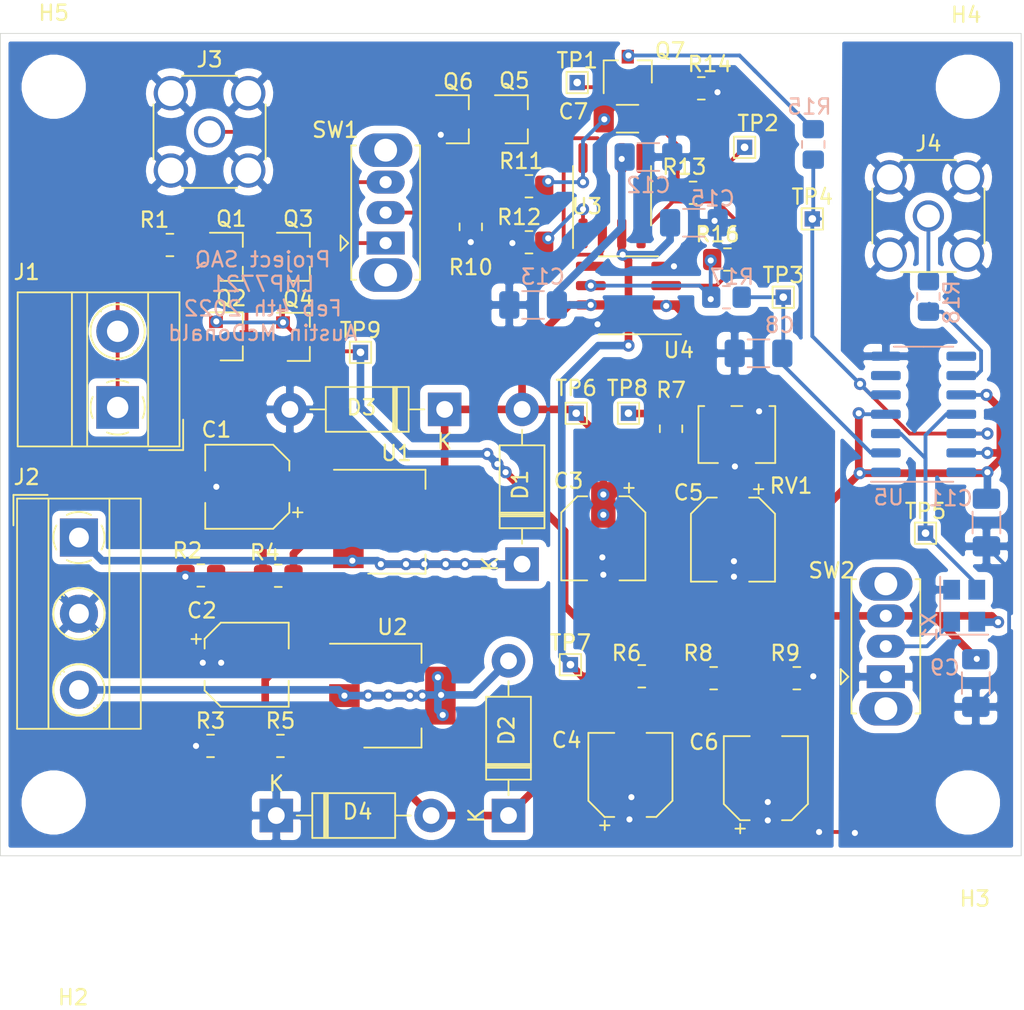
<source format=kicad_pcb>
(kicad_pcb (version 20171130) (host pcbnew "(5.1.8-0-10_14)")
  (layers (0 F.Cu signal) (31 B.Cu signal) (34 B.Paste user) (35 F.Paste user) (36 B.SilkS user) (37 F.SilkS user) (38 B.Mask user) (39 F.Mask user) (44 Edge.Cuts user))
  (net 0 "")
  (net 1 GND)
  (net 2 "Net-(C1-Pad1)")
  (net 3 "Net-(C2-Pad2)")
  (net 4 +3V3)
  (net 5 -3V3)
  (net 6 VDD)
  (net 7 VEE)
  (net 8 "Net-(C7-Pad2)")
  (net 9 "Net-(C7-Pad1)")
  (net 10 "Net-(C8-Pad1)")
  (net 11 "Net-(D1-Pad1)")
  (net 12 "Net-(D2-Pad2)")
  (net 13 "Net-(J1-Pad1)")
  (net 14 "Net-(J3-Pad1)")
  (net 15 "Net-(Q1-Pad1)")
  (net 16 "Net-(Q1-Pad2)")
  (net 17 "Net-(Q2-Pad1)")
  (net 18 "Net-(Q3-Pad3)")
  (net 19 "Net-(Q5-Pad1)")
  (net 20 "Net-(Q5-Pad2)")
  (net 21 "Net-(Q7-Pad3)")
  (net 22 "Net-(Q7-Pad2)")
  (net 23 "Net-(R6-Pad1)")
  (net 24 "Net-(R12-Pad2)")
  (net 25 "Net-(R13-Pad2)")
  (net 26 "Net-(R15-Pad2)")
  (net 27 "Net-(R16-Pad2)")
  (net 28 "Net-(R18-Pad1)")
  (net 29 "Net-(SW2-Pad2)")
  (net 30 "Net-(U5-Pad6)")
  (net 31 CLK)
  (net 32 "Net-(J4-Pad1)")
  (net 33 "Net-(U5-Pad8)")
  (module TestPoint:TestPoint_THTPad_1.0x1.0mm_Drill0.5mm (layer F.Cu) (at 164.719 47.8155)
    (fp_text reference TP5 (at 0 -1.448) (layer F.SilkS))
    (fp_text value TestPoint_Alt)
    (pad 1 thru_hole rect (at 0 0) (size 1 1) (drill 0.5) (layers *.Cu *.Mask) (net 31 CLK))
  )
  (module Package_SO:SOIC-14_3.9x8.7mm_P1.27mm (layer B.Cu) (at 164.592 40.005)
    (fp_text reference U5 (at -2.286 5.461) (layer B.SilkS) (effects (justify mirror)))
    (fp_text value 74HC74)
    (pad 14 smd roundrect (at 2.475 3.81) (size 1.95 0.6) (layers B.Cu B.Paste B.Mask) (net 4 +3V3))
    (pad 13 smd roundrect (at 2.475 2.54) (size 1.95 0.6) (layers B.Cu B.Paste B.Mask) (net 4 +3V3))
    (pad 12 smd roundrect (at 2.475 1.27) (size 1.95 0.6) (layers B.Cu B.Paste B.Mask) (net 26 "Net-(R15-Pad2)"))
    (pad 11 smd roundrect (at 2.475 0) (size 1.95 0.6) (layers B.Cu B.Paste B.Mask) (net 31 CLK))
    (pad 10 smd roundrect (at 2.475 -1.27) (size 1.95 0.6) (layers B.Cu B.Paste B.Mask) (net 4 +3V3))
    (pad 9 smd roundrect (at 2.475 -2.54) (size 1.95 0.6) (layers B.Cu B.Paste B.Mask) (net 28 "Net-(R18-Pad1)"))
    (pad 8 smd roundrect (at 2.475 -3.81) (size 1.95 0.6) (layers B.Cu B.Paste B.Mask) (net 33 "Net-(U5-Pad8)"))
    (pad 7 smd roundrect (at -2.475 -3.81) (size 1.95 0.6) (layers B.Cu B.Paste B.Mask) (net 1 GND))
    (pad 6 smd roundrect (at -2.475 -2.54) (size 1.95 0.6) (layers B.Cu B.Paste B.Mask) (net 30 "Net-(U5-Pad6)"))
    (pad 5 smd roundrect (at -2.475 -1.27) (size 1.95 0.6) (layers B.Cu B.Paste B.Mask) (net 26 "Net-(R15-Pad2)"))
    (pad 4 smd roundrect (at -2.475 0) (size 1.95 0.6) (layers B.Cu B.Paste B.Mask) (net 4 +3V3))
    (pad 3 smd roundrect (at -2.475 1.27) (size 1.95 0.6) (layers B.Cu B.Paste B.Mask) (net 31 CLK))
    (pad 2 smd roundrect (at -2.475 2.54) (size 1.95 0.6) (layers B.Cu B.Paste B.Mask) (net 10 "Net-(C8-Pad1)"))
    (pad 1 smd roundrect (at -2.475 3.81) (size 1.95 0.6) (layers B.Cu B.Paste B.Mask) (net 4 +3V3))
  )
  (module Connector_Coaxial:SMA_Amphenol_132134_Vertical (layer F.Cu) (at 164.9095 26.9875)
    (fp_text reference J4 (at 0 -4.75) (layer F.SilkS))
    (fp_text value Conn_Coaxial)
    (pad 2 thru_hole circle (at -2.54 2.54) (size 2.25 2.25) (drill 1.7) (layers *.Cu *.Mask) (net 1 GND))
    (pad 2 thru_hole circle (at -2.54 -2.54) (size 2.25 2.25) (drill 1.7) (layers *.Cu *.Mask) (net 1 GND))
    (pad 2 thru_hole circle (at 2.54 -2.54) (size 2.25 2.25) (drill 1.7) (layers *.Cu *.Mask) (net 1 GND))
    (pad 2 thru_hole circle (at 2.54 2.54) (size 2.25 2.25) (drill 1.7) (layers *.Cu *.Mask) (net 1 GND))
    (pad 1 thru_hole circle (at 0 0) (size 2.05 2.05) (drill 1.5) (layers *.Cu *.Mask) (net 32 "Net-(J4-Pad1)"))
  )
  (module Connector_Coaxial:SMA_Amphenol_132134_Vertical (layer F.Cu) (at 117.729 21.463)
    (fp_text reference J3 (at 0 -4.75) (layer F.SilkS))
    (fp_text value Con_Coaxial)
    (pad 2 thru_hole circle (at -2.54 2.54) (size 2.25 2.25) (drill 1.7) (layers *.Cu *.Mask) (net 1 GND))
    (pad 2 thru_hole circle (at -2.54 -2.54) (size 2.25 2.25) (drill 1.7) (layers *.Cu *.Mask) (net 1 GND))
    (pad 2 thru_hole circle (at 2.54 -2.54) (size 2.25 2.25) (drill 1.7) (layers *.Cu *.Mask) (net 1 GND))
    (pad 2 thru_hole circle (at 2.54 2.54) (size 2.25 2.25) (drill 1.7) (layers *.Cu *.Mask) (net 1 GND))
    (pad 1 thru_hole circle (at 0 0) (size 2.05 2.05) (drill 1.5) (layers *.Cu *.Mask) (net 14 "Net-(J3-Pad1)"))
  )
  (module Capacitor_SMD:C_1206_3216Metric_Pad1.33x1.80mm_HandSolder (layer B.Cu) (at 149.5175 27.432)
    (fp_text reference C15 (at 1.2315 -1.5875) (layer B.SilkS) (effects (justify mirror)))
    (fp_text value 0.1u)
    (pad 2 smd roundrect (at 1.5625 0) (size 1.325 1.8) (layers B.Cu B.Paste B.Mask) (roundrect_rratio 0.1886777358490566) (net 1 GND))
    (pad 1 smd roundrect (at -1.5625 0) (size 1.325 1.8) (layers B.Cu B.Paste B.Mask) (roundrect_rratio 0.1886777358490566) (net 5 -3V3))
  )
  (module Capacitor_SMD:C_1206_3216Metric_Pad1.33x1.80mm_HandSolder (layer B.Cu) (at 138.963 32.8295 180)
    (fp_text reference C13 (at -0.635 1.85) (layer B.SilkS) (effects (justify mirror)))
    (fp_text value 0.1u)
    (pad 2 smd roundrect (at 1.5625 0 180) (size 1.325 1.8) (layers B.Cu B.Paste B.Mask) (roundrect_rratio 0.1886777358490566) (net 1 GND))
    (pad 1 smd roundrect (at -1.5625 0 180) (size 1.325 1.8) (layers B.Cu B.Paste B.Mask) (roundrect_rratio 0.1886777358490566) (net 4 +3V3))
  )
  (module Capacitor_SMD:C_1206_3216Metric_Pad1.33x1.80mm_HandSolder (layer B.Cu) (at 146.533 23.114)
    (fp_text reference C12 (at 0 1.85) (layer B.SilkS) (effects (justify mirror)))
    (fp_text value 0.1u)
    (pad 2 smd roundrect (at 1.5625 0) (size 1.325 1.8) (layers B.Cu B.Paste B.Mask) (roundrect_rratio 0.1886777358490566) (net 1 GND))
    (pad 1 smd roundrect (at -1.5625 0) (size 1.325 1.8) (layers B.Cu B.Paste B.Mask) (roundrect_rratio 0.1886777358490566) (net 4 +3V3))
  )
  (module Capacitor_SMD:C_1206_3216Metric_Pad1.33x1.80mm_HandSolder (layer B.Cu) (at 168.7195 47.117 270)
    (fp_text reference C11 (at -1.5875 2.3495 180) (layer B.SilkS) (effects (justify mirror)))
    (fp_text value 0.1u)
    (pad 2 smd roundrect (at 1.5625 0 270) (size 1.325 1.8) (layers B.Cu B.Paste B.Mask) (roundrect_rratio 0.1886777358490566) (net 1 GND))
    (pad 1 smd roundrect (at -1.5625 0 270) (size 1.325 1.8) (layers B.Cu B.Paste B.Mask) (roundrect_rratio 0.1886777358490566) (net 4 +3V3))
  )
  (module MountingHole:MountingHole_3.2mm_M3_DIN965 (layer F.Cu) (at 107.5 18.5)
    (fp_text reference H5 (at 0 -4.8475) (layer F.SilkS))
    (fp_text value MountingHole)
    (pad 1 np_thru_hole circle (at 0 0) (size 3.2 3.2) (drill 3.2) (layers *.Cu *.Mask))
  )
  (module MountingHole:MountingHole_3.2mm_M3_DIN965 (layer F.Cu) (at 167.5 18.5)
    (fp_text reference H4 (at -0.114 -4.7205) (layer F.SilkS))
    (fp_text value MountingHole)
    (pad 1 np_thru_hole circle (at 0 0) (size 3.2 3.2) (drill 3.2) (layers *.Cu *.Mask))
  )
  (module MountingHole:MountingHole_3.2mm_M3_DIN965 (layer F.Cu) (at 167.5 65.5)
    (fp_text reference H3 (at 0.4575 6.3185) (layer F.SilkS))
    (fp_text value MountingHole)
    (pad 1 np_thru_hole circle (at 0 0) (size 3.2 3.2) (drill 3.2) (layers *.Cu *.Mask))
  )
  (module MountingHole:MountingHole_3.2mm_M3_DIN965 (layer F.Cu) (at 107.5 65.5)
    (fp_text reference H2 (at 1.2755 12.7955) (layer F.SilkS))
    (fp_text value MountingHole)
    (pad 1 np_thru_hole circle (at 0 0) (size 3.2 3.2) (drill 3.2) (layers *.Cu *.Mask))
  )
  (module Package_SO:SOIC-8_3.9x4.9mm_P1.27mm (layer F.Cu) (at 145.226 32.1945 180)
    (fp_text reference U4 (at -3.29946 -3.60426) (layer F.SilkS))
    (fp_text value TLV3501)
    (pad 8 smd roundrect (at 2.475 -1.905 180) (size 1.95 0.6) (layers F.Cu F.Paste F.Mask) (net 1 GND))
    (pad 7 smd roundrect (at 2.475 -0.635 180) (size 1.95 0.6) (layers F.Cu F.Paste F.Mask) (net 4 +3V3))
    (pad 6 smd roundrect (at 2.475 0.635 180) (size 1.95 0.6) (layers F.Cu F.Paste F.Mask) (net 27 "Net-(R16-Pad2)"))
    (pad 5 smd roundrect (at 2.475 1.905 180) (size 1.95 0.6) (layers F.Cu F.Paste F.Mask))
    (pad 4 smd roundrect (at -2.475 1.905 180) (size 1.95 0.6) (layers F.Cu F.Paste F.Mask) (net 1 GND))
    (pad 3 smd roundrect (at -2.475 0.635 180) (size 1.95 0.6) (layers F.Cu F.Paste F.Mask) (net 25 "Net-(R13-Pad2)"))
    (pad 2 smd roundrect (at -2.475 -0.635 180) (size 1.95 0.6) (layers F.Cu F.Paste F.Mask) (net 6 VDD))
    (pad 1 smd roundrect (at -2.475 -1.905 180) (size 1.95 0.6) (layers F.Cu F.Paste F.Mask))
  )
  (module TestPoint:TestPoint_THTPad_1.0x1.0mm_Drill0.5mm (layer F.Cu) (at 127.635 35.941)
    (fp_text reference TP9 (at 0 -1.448) (layer F.SilkS))
    (fp_text value TestPoint_Alt)
    (pad 1 thru_hole rect (at 0 0) (size 1 1) (drill 0.5) (layers *.Cu *.Mask) (net 7 VEE))
  )
  (module TestPoint:TestPoint_THTPad_1.0x1.0mm_Drill0.5mm (layer F.Cu) (at 145.2245 39.9415)
    (fp_text reference TP8 (at -0.0635 -1.651) (layer F.SilkS))
    (fp_text value TestPoint_Alt)
    (pad 1 thru_hole rect (at 0 0) (size 1 1) (drill 0.5) (layers *.Cu *.Mask) (net 6 VDD))
  )
  (module TestPoint:TestPoint_THTPad_1.0x1.0mm_Drill0.5mm (layer F.Cu) (at 141.4145 56.4515)
    (fp_text reference TP7 (at 0 -1.448) (layer F.SilkS))
    (fp_text value TestPoint_Alt)
    (pad 1 thru_hole rect (at 0 0) (size 1 1) (drill 0.5) (layers *.Cu *.Mask) (net 5 -3V3))
  )
  (module TestPoint:TestPoint_THTPad_1.0x1.0mm_Drill0.5mm (layer F.Cu) (at 141.7955 39.9415)
    (fp_text reference TP6 (at 0 -1.651) (layer F.SilkS))
    (fp_text value TestPoint_Alt)
    (pad 1 thru_hole rect (at 0 0) (size 1 1) (drill 0.5) (layers *.Cu *.Mask) (net 4 +3V3))
  )
  (module TestPoint:TestPoint_THTPad_1.0x1.0mm_Drill0.5mm (layer F.Cu) (at 157.2895 27.178)
    (fp_text reference TP4 (at 0 -1.448) (layer F.SilkS))
    (fp_text value TestPoint_Alt)
    (pad 1 thru_hole rect (at 0 0) (size 1 1) (drill 0.5) (layers *.Cu *.Mask) (net 26 "Net-(R15-Pad2)"))
  )
  (module TestPoint:TestPoint_THTPad_1.0x1.0mm_Drill0.5mm (layer F.Cu) (at 155.3845 32.3215)
    (fp_text reference TP3 (at 0 -1.448) (layer F.SilkS))
    (fp_text value TestPoint_Alt)
    (pad 1 thru_hole rect (at 0 0) (size 1 1) (drill 0.5) (layers *.Cu *.Mask) (net 10 "Net-(C8-Pad1)"))
  )
  (module TestPoint:TestPoint_THTPad_1.0x1.0mm_Drill0.5mm (layer F.Cu) (at 152.8445 22.479)
    (fp_text reference TP2 (at 0.889 -1.5875) (layer F.SilkS))
    (fp_text value TestPoint_Alt)
    (pad 1 thru_hole rect (at 0 0) (size 1 1) (drill 0.5) (layers *.Cu *.Mask) (net 25 "Net-(R13-Pad2)"))
  )
  (module TestPoint:TestPoint_THTPad_1.0x1.0mm_Drill0.5mm (layer F.Cu) (at 141.859 18.2245)
    (fp_text reference TP1 (at 0 -1.448) (layer F.SilkS))
    (fp_text value TestPoint_Alt)
    (pad 1 thru_hole rect (at 0 0) (size 1 1) (drill 0.5) (layers *.Cu *.Mask) (net 9 "Net-(C7-Pad1)"))
  )
  (module Oscillator:Oscillator_SMD_Abracon_ASE-4Pin_3.2x2.5mm (layer B.Cu) (at 167.259 52.578 90)
    (fp_text reference X1 (at -1.397 -2.286 90) (layer B.SilkS) (effects (justify mirror)))
    (fp_text value ASE-10.0MHz)
    (pad 4 smd rect (at -1.05 0.825 90) (size 1.3 1.1) (layers B.Cu B.Paste B.Mask) (net 4 +3V3))
    (pad 3 smd rect (at 1.05 0.825 90) (size 1.3 1.1) (layers B.Cu B.Paste B.Mask) (net 31 CLK))
    (pad 2 smd rect (at 1.05 -0.825 90) (size 1.3 1.1) (layers B.Cu B.Paste B.Mask) (net 1 GND))
    (pad 1 smd rect (at -1.05 -0.825 90) (size 1.3 1.1) (layers B.Cu B.Paste B.Mask) (net 29 "Net-(SW2-Pad2)"))
  )
  (module Package_SO:SOIC-8_3.9x4.9mm_P1.27mm (layer F.Cu) (at 144.145 25.6555 90)
    (fp_text reference U3 (at -0.697 -1.651 180) (layer F.SilkS))
    (fp_text value LMP7721)
    (pad 8 smd roundrect (at 2.475 -1.905 90) (size 1.95 0.6) (layers F.Cu F.Paste F.Mask) (net 9 "Net-(C7-Pad1)"))
    (pad 7 smd roundrect (at 2.475 -0.635 90) (size 1.95 0.6) (layers F.Cu F.Paste F.Mask))
    (pad 6 smd roundrect (at 2.475 0.635 90) (size 1.95 0.6) (layers F.Cu F.Paste F.Mask) (net 4 +3V3))
    (pad 5 smd roundrect (at 2.475 1.905 90) (size 1.95 0.6) (layers F.Cu F.Paste F.Mask))
    (pad 4 smd roundrect (at -2.475 1.905 90) (size 1.95 0.6) (layers F.Cu F.Paste F.Mask) (net 8 "Net-(C7-Pad2)"))
    (pad 3 smd roundrect (at -2.475 0.635 90) (size 1.95 0.6) (layers F.Cu F.Paste F.Mask) (net 5 -3V3))
    (pad 2 smd roundrect (at -2.475 -0.635 90) (size 1.95 0.6) (layers F.Cu F.Paste F.Mask))
    (pad 1 smd roundrect (at -2.475 -1.905 90) (size 1.95 0.6) (layers F.Cu F.Paste F.Mask) (net 24 "Net-(R12-Pad2)"))
  )
  (module Package_TO_SOT_SMD:SOT-223-3_TabPin2 (layer F.Cu) (at 129.7305 58.4835)
    (fp_text reference U2 (at 0 -4.5) (layer F.SilkS))
    (fp_text value LM337_SOT223)
    (pad 1 smd rect (at -3.15 -2.3) (size 2 1.5) (layers F.Cu F.Paste F.Mask) (net 3 "Net-(C2-Pad2)"))
    (pad 3 smd rect (at -3.15 2.3) (size 2 1.5) (layers F.Cu F.Paste F.Mask) (net 5 -3V3))
    (pad 2 smd rect (at -3.15 0) (size 2 1.5) (layers F.Cu F.Paste F.Mask) (net 12 "Net-(D2-Pad2)"))
    (pad 2 smd rect (at 3.15 0) (size 2 3.8) (layers F.Cu F.Paste F.Mask) (net 12 "Net-(D2-Pad2)"))
  )
  (module Package_TO_SOT_SMD:SOT-223-3_TabPin2 (layer F.Cu) (at 129.99172 47.06112)
    (fp_text reference U1 (at 0 -4.5) (layer F.SilkS))
    (fp_text value LM317_SOT-223)
    (pad 1 smd rect (at -3.15 -2.3) (size 2 1.5) (layers F.Cu F.Paste F.Mask) (net 2 "Net-(C1-Pad1)"))
    (pad 3 smd rect (at -3.15 2.3) (size 2 1.5) (layers F.Cu F.Paste F.Mask) (net 11 "Net-(D1-Pad1)"))
    (pad 2 smd rect (at -3.15 0) (size 2 1.5) (layers F.Cu F.Paste F.Mask) (net 4 +3V3))
    (pad 2 smd rect (at 3.15 0) (size 2 3.8) (layers F.Cu F.Paste F.Mask) (net 4 +3V3))
  )
  (module Button_Switch_THT:SW_Slide_1P2T_CK_OS102011MS2Q (layer F.Cu) (at 162.1155 57.245 90)
    (fp_text reference SW2 (at 6.9805 -3.556 180) (layer F.SilkS))
    (fp_text value SW_SPDT)
    (pad "" thru_hole oval (at 6.1 0 90) (size 2.2 3.5) (drill 1.5) (layers *.Cu *.Mask))
    (pad "" thru_hole oval (at -2.1 0 90) (size 2.2 3.5) (drill 1.5) (layers *.Cu *.Mask))
    (pad 3 thru_hole oval (at 4 0 90) (size 1.5 2.5) (drill 0.8) (layers *.Cu *.Mask) (net 4 +3V3))
    (pad 2 thru_hole oval (at 2 0 90) (size 1.5 2.5) (drill 0.8) (layers *.Cu *.Mask) (net 29 "Net-(SW2-Pad2)"))
    (pad 1 thru_hole rect (at 0 0 90) (size 1.5 2.5) (drill 0.8) (layers *.Cu *.Mask) (net 1 GND))
  )
  (module Button_Switch_THT:SW_Slide_1P2T_CK_OS102011MS2Q (layer F.Cu) (at 129.286 28.7655 90)
    (fp_text reference SW1 (at 7.4295 -3.302 180) (layer F.SilkS))
    (fp_text value SW_SPDT)
    (pad "" thru_hole oval (at 6.1 0 90) (size 2.2 3.5) (drill 1.5) (layers *.Cu *.Mask))
    (pad "" thru_hole oval (at -2.1 0 90) (size 2.2 3.5) (drill 1.5) (layers *.Cu *.Mask))
    (pad 3 thru_hole oval (at 4 0 90) (size 1.5 2.5) (drill 0.8) (layers *.Cu *.Mask) (net 14 "Net-(J3-Pad1)"))
    (pad 2 thru_hole oval (at 2 0 90) (size 1.5 2.5) (drill 0.8) (layers *.Cu *.Mask) (net 20 "Net-(Q5-Pad2)"))
    (pad 1 thru_hole rect (at 0 0 90) (size 1.5 2.5) (drill 0.8) (layers *.Cu *.Mask) (net 18 "Net-(Q3-Pad3)"))
  )
  (module Potentiometer_SMD:Potentiometer_Bourns_3214W_Vertical (layer F.Cu) (at 152.3365 41.3385)
    (fp_text reference RV1 (at 3.556 3.3655) (layer F.SilkS))
    (fp_text value 0->10k)
    (pad 3 smd rect (at -1.25 -1.45) (size 1.3 1.6) (layers F.Cu F.Paste F.Mask) (net 6 VDD))
    (pad 2 smd rect (at 0 1.45) (size 2 1.6) (layers F.Cu F.Paste F.Mask) (net 1 GND))
    (pad 1 smd rect (at 1.25 -1.45) (size 1.3 1.6) (layers F.Cu F.Paste F.Mask) (net 1 GND))
  )
  (module Resistor_SMD:R_0805_2012Metric_Pad1.20x1.40mm_HandSolder (layer B.Cu) (at 164.9095 32.274 90)
    (fp_text reference R18 (at -0.381 1.524 90) (layer B.SilkS) (effects (justify mirror)))
    (fp_text value 50)
    (pad 2 smd roundrect (at 1 0 90) (size 1.2 1.4) (layers B.Cu B.Paste B.Mask) (roundrect_rratio 0.2083325) (net 32 "Net-(J4-Pad1)"))
    (pad 1 smd roundrect (at -1 0 90) (size 1.2 1.4) (layers B.Cu B.Paste B.Mask) (roundrect_rratio 0.2083325) (net 28 "Net-(R18-Pad1)"))
  )
  (module Resistor_SMD:R_0805_2012Metric_Pad1.20x1.40mm_HandSolder (layer B.Cu) (at 151.654 32.3215)
    (fp_text reference R17 (at 0.365 -1.3335) (layer B.SilkS) (effects (justify mirror)))
    (fp_text value 50)
    (pad 2 smd roundrect (at 1 0) (size 1.2 1.4) (layers B.Cu B.Paste B.Mask) (roundrect_rratio 0.2083325) (net 10 "Net-(C8-Pad1)"))
    (pad 1 smd roundrect (at -1 0) (size 1.2 1.4) (layers B.Cu B.Paste B.Mask) (roundrect_rratio 0.2083325) (net 27 "Net-(R16-Pad2)"))
  )
  (module Resistor_SMD:R_0805_2012Metric_Pad1.20x1.40mm_HandSolder (layer F.Cu) (at 151.7175 29.845 180)
    (fp_text reference R16 (at 0.651 1.651) (layer F.SilkS))
    (fp_text value 5Meg)
    (pad 2 smd roundrect (at 1 0 180) (size 1.2 1.4) (layers F.Cu F.Paste F.Mask) (roundrect_rratio 0.2083325) (net 27 "Net-(R16-Pad2)"))
    (pad 1 smd roundrect (at -1 0 180) (size 1.2 1.4) (layers F.Cu F.Paste F.Mask) (roundrect_rratio 0.2083325) (net 25 "Net-(R13-Pad2)"))
  )
  (module Resistor_SMD:R_0805_2012Metric_Pad1.20x1.40mm_HandSolder (layer B.Cu) (at 157.353 22.2885 270)
    (fp_text reference R15 (at -2.4765 0.254 180) (layer B.SilkS) (effects (justify mirror)))
    (fp_text value 50)
    (pad 2 smd roundrect (at 1 0 270) (size 1.2 1.4) (layers B.Cu B.Paste B.Mask) (roundrect_rratio 0.2083325) (net 26 "Net-(R15-Pad2)"))
    (pad 1 smd roundrect (at -1 0 270) (size 1.2 1.4) (layers B.Cu B.Paste B.Mask) (roundrect_rratio 0.2083325) (net 21 "Net-(Q7-Pad3)"))
  )
  (module Resistor_SMD:R_0805_2012Metric_Pad1.20x1.40mm_HandSolder (layer F.Cu) (at 150.003 18.6055 180)
    (fp_text reference R14 (at -0.5555 1.5875) (layer F.SilkS))
    (fp_text value 100k)
    (pad 2 smd roundrect (at 1 0 180) (size 1.2 1.4) (layers F.Cu F.Paste F.Mask) (roundrect_rratio 0.2083325) (net 22 "Net-(Q7-Pad2)"))
    (pad 1 smd roundrect (at -1 0 180) (size 1.2 1.4) (layers F.Cu F.Paste F.Mask) (roundrect_rratio 0.2083325) (net 1 GND))
  )
  (module Resistor_SMD:R_0805_2012Metric_Pad1.20x1.40mm_HandSolder (layer F.Cu) (at 149.463 25.4635)
    (fp_text reference R13 (at -0.5715 -1.6985) (layer F.SilkS))
    (fp_text value 1k)
    (pad 2 smd roundrect (at 1 0) (size 1.2 1.4) (layers F.Cu F.Paste F.Mask) (roundrect_rratio 0.2083325) (net 25 "Net-(R13-Pad2)"))
    (pad 1 smd roundrect (at -1 0) (size 1.2 1.4) (layers F.Cu F.Paste F.Mask) (roundrect_rratio 0.2083325) (net 8 "Net-(C7-Pad2)"))
  )
  (module Resistor_SMD:R_0805_2012Metric_Pad1.20x1.40mm_HandSolder (layer F.Cu) (at 138.6934 28.71216)
    (fp_text reference R12 (at -0.6444 -1.65) (layer F.SilkS))
    (fp_text value 100)
    (pad 2 smd roundrect (at 1 0) (size 1.2 1.4) (layers F.Cu F.Paste F.Mask) (roundrect_rratio 0.2083325) (net 24 "Net-(R12-Pad2)"))
    (pad 1 smd roundrect (at -1 0) (size 1.2 1.4) (layers F.Cu F.Paste F.Mask) (roundrect_rratio 0.2083325) (net 1 GND))
  )
  (module Resistor_SMD:R_0805_2012Metric_Pad1.20x1.40mm_HandSolder (layer F.Cu) (at 138.6934 25.03424)
    (fp_text reference R11 (at -0.5174 -1.65) (layer F.SilkS))
    (fp_text value 100)
    (pad 2 smd roundrect (at 1 0) (size 1.2 1.4) (layers F.Cu F.Paste F.Mask) (roundrect_rratio 0.2083325) (net 9 "Net-(C7-Pad1)"))
    (pad 1 smd roundrect (at -1 0) (size 1.2 1.4) (layers F.Cu F.Paste F.Mask) (roundrect_rratio 0.2083325) (net 20 "Net-(Q5-Pad2)"))
  )
  (module Resistor_SMD:R_0805_2012Metric_Pad1.20x1.40mm_HandSolder (layer F.Cu) (at 134.874 27.702 90)
    (fp_text reference R10 (at -2.651 0 180) (layer F.SilkS))
    (fp_text value 1Meg)
    (pad 2 smd roundrect (at 1 0 90) (size 1.2 1.4) (layers F.Cu F.Paste F.Mask) (roundrect_rratio 0.2083325) (net 20 "Net-(Q5-Pad2)"))
    (pad 1 smd roundrect (at -1 0 90) (size 1.2 1.4) (layers F.Cu F.Paste F.Mask) (roundrect_rratio 0.2083325) (net 1 GND))
  )
  (module Resistor_SMD:R_0805_2012Metric_Pad1.20x1.40mm_HandSolder (layer F.Cu) (at 156.2735 57.3405 180)
    (fp_text reference R9 (at 0.762 1.651) (layer F.SilkS))
    (fp_text value 1k)
    (pad 2 smd roundrect (at 1 0 180) (size 1.2 1.4) (layers F.Cu F.Paste F.Mask) (roundrect_rratio 0.2083325) (net 7 VEE))
    (pad 1 smd roundrect (at -1 0 180) (size 1.2 1.4) (layers F.Cu F.Paste F.Mask) (roundrect_rratio 0.2083325) (net 1 GND))
  )
  (module Resistor_SMD:R_0805_2012Metric_Pad1.20x1.40mm_HandSolder (layer F.Cu) (at 150.8125 57.3405 180)
    (fp_text reference R8 (at 1.016 1.651) (layer F.SilkS))
    (fp_text value 1k)
    (pad 2 smd roundrect (at 1 0 180) (size 1.2 1.4) (layers F.Cu F.Paste F.Mask) (roundrect_rratio 0.2083325) (net 23 "Net-(R6-Pad1)"))
    (pad 1 smd roundrect (at -1 0 180) (size 1.2 1.4) (layers F.Cu F.Paste F.Mask) (roundrect_rratio 0.2083325) (net 7 VEE))
  )
  (module Resistor_SMD:R_0805_2012Metric_Pad1.20x1.40mm_HandSolder (layer F.Cu) (at 148.0185 40.9575 270)
    (fp_text reference R7 (at -2.54 0 180) (layer F.SilkS))
    (fp_text value 1k)
    (pad 2 smd roundrect (at 1 0 270) (size 1.2 1.4) (layers F.Cu F.Paste F.Mask) (roundrect_rratio 0.2083325) (net 4 +3V3))
    (pad 1 smd roundrect (at -1 0 270) (size 1.2 1.4) (layers F.Cu F.Paste F.Mask) (roundrect_rratio 0.2083325) (net 6 VDD))
  )
  (module Resistor_SMD:R_0805_2012Metric_Pad1.20x1.40mm_HandSolder (layer F.Cu) (at 146.0975 57.2135 180)
    (fp_text reference R6 (at 1 1.524) (layer F.SilkS))
    (fp_text value 1k)
    (pad 2 smd roundrect (at 1 0 180) (size 1.2 1.4) (layers F.Cu F.Paste F.Mask) (roundrect_rratio 0.2083325) (net 5 -3V3))
    (pad 1 smd roundrect (at -1 0 180) (size 1.2 1.4) (layers F.Cu F.Paste F.Mask) (roundrect_rratio 0.2083325) (net 23 "Net-(R6-Pad1)"))
  )
  (module Resistor_SMD:R_0805_2012Metric_Pad1.20x1.40mm_HandSolder (layer F.Cu) (at 122.3805 61.7855)
    (fp_text reference R5 (at 0 -1.65) (layer F.SilkS))
    (fp_text value 1k)
    (pad 2 smd roundrect (at 1 0) (size 1.2 1.4) (layers F.Cu F.Paste F.Mask) (roundrect_rratio 0.2083325) (net 5 -3V3))
    (pad 1 smd roundrect (at -1 0) (size 1.2 1.4) (layers F.Cu F.Paste F.Mask) (roundrect_rratio 0.2083325) (net 3 "Net-(C2-Pad2)"))
  )
  (module Resistor_SMD:R_0805_2012Metric_Pad1.20x1.40mm_HandSolder (layer F.Cu) (at 122.2375 50.6095 180)
    (fp_text reference R4 (at 0.889 1.524) (layer F.SilkS))
    (fp_text value 1k)
    (pad 2 smd roundrect (at 1 0 180) (size 1.2 1.4) (layers F.Cu F.Paste F.Mask) (roundrect_rratio 0.2083325) (net 2 "Net-(C1-Pad1)"))
    (pad 1 smd roundrect (at -1 0 180) (size 1.2 1.4) (layers F.Cu F.Paste F.Mask) (roundrect_rratio 0.2083325) (net 4 +3V3))
  )
  (module Resistor_SMD:R_0805_2012Metric_Pad1.20x1.40mm_HandSolder (layer F.Cu) (at 117.7925 61.7855)
    (fp_text reference R3 (at 0 -1.65) (layer F.SilkS))
    (fp_text value 1.5k)
    (pad 2 smd roundrect (at 1 0) (size 1.2 1.4) (layers F.Cu F.Paste F.Mask) (roundrect_rratio 0.2083325) (net 3 "Net-(C2-Pad2)"))
    (pad 1 smd roundrect (at -1 0) (size 1.2 1.4) (layers F.Cu F.Paste F.Mask) (roundrect_rratio 0.2083325) (net 1 GND))
  )
  (module Resistor_SMD:R_0805_2012Metric_Pad1.20x1.40mm_HandSolder (layer F.Cu) (at 117.1575 50.5935 180)
    (fp_text reference R2 (at 0.889 1.635) (layer F.SilkS))
    (fp_text value 1.5k)
    (pad 2 smd roundrect (at 1 0 180) (size 1.2 1.4) (layers F.Cu F.Paste F.Mask) (roundrect_rratio 0.2083325) (net 1 GND))
    (pad 1 smd roundrect (at -1 0 180) (size 1.2 1.4) (layers F.Cu F.Paste F.Mask) (roundrect_rratio 0.2083325) (net 2 "Net-(C1-Pad1)"))
  )
  (module Resistor_SMD:R_0805_2012Metric_Pad1.20x1.40mm_HandSolder (layer F.Cu) (at 115.1255 28.8925 180)
    (fp_text reference R1 (at 1.016 1.651) (layer F.SilkS))
    (fp_text value 100Meg)
    (pad 2 smd roundrect (at 1 0 180) (size 1.2 1.4) (layers F.Cu F.Paste F.Mask) (roundrect_rratio 0.2083325) (net 13 "Net-(J1-Pad1)"))
    (pad 1 smd roundrect (at -1 0 180) (size 1.2 1.4) (layers F.Cu F.Paste F.Mask) (roundrect_rratio 0.2083325) (net 15 "Net-(Q1-Pad1)"))
  )
  (module Package_TO_SOT_SMD:SOT-23 (layer F.Cu) (at 145.177 17.5285 90)
    (fp_text reference Q7 (at 1.3995 2.778 180) (layer F.SilkS))
    (fp_text value SST112)
    (pad 3 smd rect (at 1 0 90) (size 0.9 0.8) (layers F.Cu F.Paste F.Mask) (net 21 "Net-(Q7-Pad3)"))
    (pad 2 smd rect (at -1 0.95 90) (size 0.9 0.8) (layers F.Cu F.Paste F.Mask) (net 22 "Net-(Q7-Pad2)"))
    (pad 1 smd rect (at -1 -0.95 90) (size 0.9 0.8) (layers F.Cu F.Paste F.Mask) (net 9 "Net-(C7-Pad1)"))
  )
  (module Package_TO_SOT_SMD:SOT-23 (layer F.Cu) (at 133.985 20.6375)
    (fp_text reference Q6 (at 0.0635 -2.4765) (layer F.SilkS))
    (fp_text value 2SC5095)
    (pad 3 smd rect (at 1 0) (size 0.9 0.8) (layers F.Cu F.Paste F.Mask) (net 19 "Net-(Q5-Pad1)"))
    (pad 2 smd rect (at -1 0.95) (size 0.9 0.8) (layers F.Cu F.Paste F.Mask) (net 1 GND))
    (pad 1 smd rect (at -1 -0.95) (size 0.9 0.8) (layers F.Cu F.Paste F.Mask) (net 19 "Net-(Q5-Pad1)"))
  )
  (module Package_TO_SOT_SMD:SOT-23 (layer F.Cu) (at 137.8585 20.6375)
    (fp_text reference Q5 (at -0.127 -2.54) (layer F.SilkS))
    (fp_text value 2SC5095)
    (pad 3 smd rect (at 1 0) (size 0.9 0.8) (layers F.Cu F.Paste F.Mask) (net 19 "Net-(Q5-Pad1)"))
    (pad 2 smd rect (at -1 0.95) (size 0.9 0.8) (layers F.Cu F.Paste F.Mask) (net 20 "Net-(Q5-Pad2)"))
    (pad 1 smd rect (at -1 -0.95) (size 0.9 0.8) (layers F.Cu F.Paste F.Mask) (net 19 "Net-(Q5-Pad1)"))
  )
  (module Package_TO_SOT_SMD:SOT-23 (layer F.Cu) (at 123.55068 34.925)
    (fp_text reference Q4 (at 0 -2.5) (layer F.SilkS))
    (fp_text value H10)
    (pad 3 smd rect (at 1 0) (size 0.9 0.8) (layers F.Cu F.Paste F.Mask) (net 17 "Net-(Q2-Pad1)"))
    (pad 2 smd rect (at -1 0.95) (size 0.9 0.8) (layers F.Cu F.Paste F.Mask) (net 7 VEE))
    (pad 1 smd rect (at -1 -0.95) (size 0.9 0.8) (layers F.Cu F.Paste F.Mask) (net 17 "Net-(Q2-Pad1)"))
  )
  (module Package_TO_SOT_SMD:SOT-23 (layer F.Cu) (at 123.55068 29.6672)
    (fp_text reference Q3 (at 0 -2.5) (layer F.SilkS))
    (fp_text value H10)
    (pad 3 smd rect (at 1 0) (size 0.9 0.8) (layers F.Cu F.Paste F.Mask) (net 18 "Net-(Q3-Pad3)"))
    (pad 2 smd rect (at -1 0.95) (size 0.9 0.8) (layers F.Cu F.Paste F.Mask) (net 17 "Net-(Q2-Pad1)"))
    (pad 1 smd rect (at -1 -0.95) (size 0.9 0.8) (layers F.Cu F.Paste F.Mask) (net 15 "Net-(Q1-Pad1)"))
  )
  (module Package_TO_SOT_SMD:SOT-23 (layer F.Cu) (at 119.1514 34.89198)
    (fp_text reference Q2 (at 0 -2.5) (layer F.SilkS))
    (fp_text value H10)
    (pad 3 smd rect (at 1 0) (size 0.9 0.8) (layers F.Cu F.Paste F.Mask) (net 16 "Net-(Q1-Pad2)"))
    (pad 2 smd rect (at -1 0.95) (size 0.9 0.8) (layers F.Cu F.Paste F.Mask) (net 7 VEE))
    (pad 1 smd rect (at -1 -0.95) (size 0.9 0.8) (layers F.Cu F.Paste F.Mask) (net 17 "Net-(Q2-Pad1)"))
  )
  (module Package_TO_SOT_SMD:SOT-23 (layer F.Cu) (at 119.1514 29.6672)
    (fp_text reference Q1 (at 0 -2.5) (layer F.SilkS))
    (fp_text value H10)
    (pad 3 smd rect (at 1 0) (size 0.9 0.8) (layers F.Cu F.Paste F.Mask) (net 15 "Net-(Q1-Pad1)"))
    (pad 2 smd rect (at -1 0.95) (size 0.9 0.8) (layers F.Cu F.Paste F.Mask) (net 16 "Net-(Q1-Pad2)"))
    (pad 1 smd rect (at -1 -0.95) (size 0.9 0.8) (layers F.Cu F.Paste F.Mask) (net 15 "Net-(Q1-Pad1)"))
  )
  (module TerminalBlock_MetzConnect:TerminalBlock_MetzConnect_Type055_RT01503HDWU_1x03_P5.00mm_Horizontal (layer F.Cu) (at 109.1565 48.1025 270)
    (fp_text reference J2 (at -3.97 3.429 180) (layer F.SilkS))
    (fp_text value Power_IN)
    (pad 3 thru_hole circle (at 10 0 270) (size 2.5 2.5) (drill 1.3) (layers *.Cu *.Mask) (net 12 "Net-(D2-Pad2)"))
    (pad 2 thru_hole circle (at 5 0 270) (size 2.5 2.5) (drill 1.3) (layers *.Cu *.Mask) (net 1 GND))
    (pad 1 thru_hole rect (at 0 0 270) (size 2.5 2.5) (drill 1.3) (layers *.Cu *.Mask) (net 11 "Net-(D1-Pad1)"))
  )
  (module TerminalBlock_MetzConnect:TerminalBlock_MetzConnect_Type011_RT05502HBWC_1x02_P5.00mm_Horizontal (layer F.Cu) (at 111.6965 39.5605 90)
    (fp_text reference J1 (at 8.89 -5.969 180) (layer F.SilkS))
    (fp_text value Current_Set)
    (pad 2 thru_hole circle (at 5 0 90) (size 2.8 2.8) (drill 1.4) (layers *.Cu *.Mask) (net 13 "Net-(J1-Pad1)"))
    (pad 1 thru_hole rect (at 0 0 90) (size 2.8 2.8) (drill 1.4) (layers *.Cu *.Mask) (net 13 "Net-(J1-Pad1)"))
  )
  (module Diode_THT:D_DO-41_SOD81_P10.16mm_Horizontal (layer F.Cu) (at 122.1105 66.3575)
    (fp_text reference D4 (at 5.334 -0.254) (layer F.SilkS))
    (fp_text value 1N4002)
    (fp_text user K (at 0 -2.1) (layer F.SilkS))
    (pad 2 thru_hole oval (at 10.16 0) (size 2.2 2.2) (drill 1.1) (layers *.Cu *.Mask) (net 5 -3V3))
    (pad 1 thru_hole rect (at 0 0) (size 2.2 2.2) (drill 1.1) (layers *.Cu *.Mask) (net 1 GND))
  )
  (module Diode_THT:D_DO-41_SOD81_P10.16mm_Horizontal (layer F.Cu) (at 133.1595 39.6875 180)
    (fp_text reference D3 (at 5.461 0.127) (layer F.SilkS))
    (fp_text value 1N4002)
    (fp_text user K (at 0 -2.1) (layer F.SilkS))
    (pad 2 thru_hole oval (at 10.16 0 180) (size 2.2 2.2) (drill 1.1) (layers *.Cu *.Mask) (net 1 GND))
    (pad 1 thru_hole rect (at 0 0 180) (size 2.2 2.2) (drill 1.1) (layers *.Cu *.Mask) (net 4 +3V3))
  )
  (module Diode_THT:D_DO-41_SOD81_P10.16mm_Horizontal (layer F.Cu) (at 137.3505 66.3575 90)
    (fp_text reference D2 (at 5.588 -0.127 90) (layer F.SilkS))
    (fp_text value 1N4002)
    (fp_text user K (at 0 -2.1 90) (layer F.SilkS))
    (pad 2 thru_hole oval (at 10.16 0 90) (size 2.2 2.2) (drill 1.1) (layers *.Cu *.Mask) (net 12 "Net-(D2-Pad2)"))
    (pad 1 thru_hole rect (at 0 0 90) (size 2.2 2.2) (drill 1.1) (layers *.Cu *.Mask) (net 5 -3V3))
  )
  (module Diode_THT:D_DO-41_SOD81_P10.16mm_Horizontal (layer F.Cu) (at 138.2395 49.8475 90)
    (fp_text reference D1 (at 5.207 -0.127 90) (layer F.SilkS))
    (fp_text value 1N4002)
    (fp_text user K (at 0 -2.1 90) (layer F.SilkS))
    (pad 2 thru_hole oval (at 10.16 0 90) (size 2.2 2.2) (drill 1.1) (layers *.Cu *.Mask) (net 4 +3V3))
    (pad 1 thru_hole rect (at 0 0 90) (size 2.2 2.2) (drill 1.1) (layers *.Cu *.Mask) (net 11 "Net-(D1-Pad1)"))
  )
  (module Capacitor_SMD:C_1206_3216Metric_Pad1.33x1.80mm_HandSolder (layer B.Cu) (at 168.021 57.658 270)
    (fp_text reference C9 (at -1.016 2.032 180) (layer B.SilkS) (effects (justify mirror)))
    (fp_text value 0.01u)
    (pad 2 smd roundrect (at 1.5625 0 270) (size 1.325 1.8) (layers B.Cu B.Paste B.Mask) (roundrect_rratio 0.1886777358490566) (net 1 GND))
    (pad 1 smd roundrect (at -1.5625 0 270) (size 1.325 1.8) (layers B.Cu B.Paste B.Mask) (roundrect_rratio 0.1886777358490566) (net 4 +3V3))
  )
  (module Capacitor_SMD:C_1206_3216Metric_Pad1.33x1.80mm_HandSolder (layer B.Cu) (at 153.7585 36.0045 180)
    (fp_text reference C8 (at -1.397 1.85) (layer B.SilkS) (effects (justify mirror)))
    (fp_text value 50n)
    (pad 2 smd roundrect (at 1.5625 0 180) (size 1.325 1.8) (layers B.Cu B.Paste B.Mask) (roundrect_rratio 0.1886777358490566) (net 1 GND))
    (pad 1 smd roundrect (at -1.5625 0 180) (size 1.325 1.8) (layers B.Cu B.Paste B.Mask) (roundrect_rratio 0.1886777358490566) (net 10 "Net-(C8-Pad1)"))
  )
  (module Capacitor_SMD:C_1206_3216Metric_Pad1.33x1.80mm_HandSolder (layer F.Cu) (at 145.161 20.599)
    (fp_text reference C7 (at -3.556 -0.4695) (layer F.SilkS))
    (fp_text value 10p)
    (pad 2 smd roundrect (at 1.5625 0) (size 1.325 1.8) (layers F.Cu F.Paste F.Mask) (roundrect_rratio 0.1886777358490566) (net 8 "Net-(C7-Pad2)"))
    (pad 1 smd roundrect (at -1.5625 0) (size 1.325 1.8) (layers F.Cu F.Paste F.Mask) (roundrect_rratio 0.1886777358490566) (net 9 "Net-(C7-Pad1)"))
  )
  (module Capacitor_SMD:CP_Elec_5x5.3 (layer F.Cu) (at 154.2415 63.9035 90)
    (fp_text reference C6 (at 2.372 -4.064 180) (layer F.SilkS))
    (fp_text value 22u)
    (pad 2 smd roundrect (at 2.2 0 90) (size 3 1.6) (layers F.Cu F.Paste F.Mask) (roundrect_rratio 0.15625) (net 7 VEE))
    (pad 1 smd roundrect (at -2.2 0 90) (size 3 1.6) (layers F.Cu F.Paste F.Mask) (roundrect_rratio 0.15625) (net 1 GND))
  )
  (module Capacitor_SMD:CP_Elec_5x5.3 (layer F.Cu) (at 152.0825 48.2375 270)
    (fp_text reference C5 (at -3.089 2.921 180) (layer F.SilkS))
    (fp_text value 22u)
    (pad 2 smd roundrect (at 2.2 0 270) (size 3 1.6) (layers F.Cu F.Paste F.Mask) (roundrect_rratio 0.15625) (net 1 GND))
    (pad 1 smd roundrect (at -2.2 0 270) (size 3 1.6) (layers F.Cu F.Paste F.Mask) (roundrect_rratio 0.15625) (net 6 VDD))
  )
  (module Capacitor_SMD:CP_Elec_5x5.3 (layer F.Cu) (at 145.3515 63.6905 90)
    (fp_text reference C4 (at 2.286 -4.191 180) (layer F.SilkS))
    (fp_text value 22u)
    (pad 2 smd roundrect (at 2.2 0 90) (size 3 1.6) (layers F.Cu F.Paste F.Mask) (roundrect_rratio 0.15625) (net 5 -3V3))
    (pad 1 smd roundrect (at -2.2 0 90) (size 3 1.6) (layers F.Cu F.Paste F.Mask) (roundrect_rratio 0.15625) (net 1 GND))
  )
  (module Capacitor_SMD:CP_Elec_5x5.3 (layer F.Cu) (at 143.5735 48.1555 270)
    (fp_text reference C3 (at -3.769 2.286 180) (layer F.SilkS))
    (fp_text value 22u)
    (pad 2 smd roundrect (at 2.2 0 270) (size 3 1.6) (layers F.Cu F.Paste F.Mask) (roundrect_rratio 0.15625) (net 1 GND))
    (pad 1 smd roundrect (at -2.2 0 270) (size 3 1.6) (layers F.Cu F.Paste F.Mask) (roundrect_rratio 0.15625) (net 4 +3V3))
  )
  (module Capacitor_SMD:CP_Elec_5x5.3 (layer F.Cu) (at 120.1645 56.4515)
    (fp_text reference C2 (at -2.9435 -3.556) (layer F.SilkS))
    (fp_text value 22u)
    (pad 2 smd roundrect (at 2.2 0) (size 3 1.6) (layers F.Cu F.Paste F.Mask) (roundrect_rratio 0.15625) (net 3 "Net-(C2-Pad2)"))
    (pad 1 smd roundrect (at -2.2 0) (size 3 1.6) (layers F.Cu F.Paste F.Mask) (roundrect_rratio 0.15625) (net 1 GND))
  )
  (module Capacitor_SMD:CP_Elec_5x5.3 (layer F.Cu) (at 120.2055 44.7675 180)
    (fp_text reference C1 (at 2.032 3.7465) (layer F.SilkS))
    (fp_text value 22u)
    (pad 2 smd roundrect (at 2.2 0 180) (size 3 1.6) (layers F.Cu F.Paste F.Mask) (roundrect_rratio 0.15625) (net 1 GND))
    (pad 1 smd roundrect (at -2.2 0 180) (size 3 1.6) (layers F.Cu F.Paste F.Mask) (roundrect_rratio 0.15625) (net 2 "Net-(C1-Pad1)"))
  )
  (gr_text "Project SAQ\nLMP7721\nFeb 4th 2022\nAustin McDonald" (at 121.2215 32.258) (layer B.SilkS) (effects (font (size 1 1)) (justify mirror)))
  (gr_line (start 104 15) (end 104 69) (layer Edge.Cuts) (width 0.05))
  (gr_line (start 104 69) (end 171 69) (layer Edge.Cuts) (width 0.05))
  (gr_line (start 171 15) (end 171 69) (layer Edge.Cuts) (width 0.05))
  (gr_line (start 104 15) (end 171 15) (layer Edge.Cuts) (width 0.05))
  (via (at 169.4815 53.6575) (size 0.8) (drill 0.4) (layers F.Cu B.Cu) (net 4))
  (via (at 160.3375 39.9415) (size 0.8) (drill 0.4) (layers F.Cu B.Cu) (net 4))
  (via (at 168.783 41.275) (size 0.8) (drill 0.4) (layers F.Cu B.Cu) (net 26))
  (via (at 168.783 43.815) (size 0.8) (drill 0.4) (layers F.Cu B.Cu) (net 4))
  (via (at 168.7195 38.735) (size 0.8) (drill 0.4) (layers F.Cu B.Cu) (net 4))
  (via (at 168.0845 56.0705) (size 0.8) (drill 0.4) (layers F.Cu B.Cu) (net 4))
  (via (at 142.24 26.543) (size 0.8) (drill 0.4) (layers F.Cu B.Cu) (net 24))
  (via (at 142.24 24.765) (size 0.8) (drill 0.4) (layers F.Cu B.Cu) (net 9))
  (segment (start 143.51 29.083) (end 143.51 22.352) (width 0.25) (layer F.Cu) (net 0))
  (via (at 118.491 56.3245) (size 0.8) (drill 0.4) (layers F.Cu B.Cu) (net 1))
  (via (at 117.2845 56.3245) (size 0.8) (drill 0.4) (layers F.Cu B.Cu) (net 1))
  (via (at 150.876 27.305) (size 0.8) (drill 0.4) (layers F.Cu B.Cu) (net 1))
  (via (at 148.209 30.2895) (size 0.8) (drill 0.4) (layers F.Cu B.Cu) (net 1))
  (via (at 152.146 49.657) (size 0.8) (drill 0.4) (layers F.Cu B.Cu) (net 1))
  (via (at 143.51 49.403) (size 0.8) (drill 0.4) (layers F.Cu B.Cu) (net 1))
  (via (at 157.353 57.2135) (size 0.8) (drill 0.4) (layers F.Cu B.Cu) (net 1))
  (via (at 116.84 61.7855) (size 0.8) (drill 0.4) (layers F.Cu B.Cu) (net 1))
  (via (at 145.288 66.6115) (size 0.8) (drill 0.4) (layers F.Cu B.Cu) (net 1))
  (via (at 145.415 65.151) (size 0.8) (drill 0.4) (layers F.Cu B.Cu) (net 1))
  (via (at 154.3685 66.675) (size 0.8) (drill 0.4) (layers F.Cu B.Cu) (net 1))
  (via (at 154.3685 65.4685) (size 0.8) (drill 0.4) (layers F.Cu B.Cu) (net 1))
  (via (at 134.874 28.702) (size 0.8) (drill 0.4) (layers F.Cu B.Cu) (net 1))
  (via (at 137.6045 28.7655) (size 0.8) (drill 0.4) (layers F.Cu B.Cu) (net 1))
  (via (at 143.1925 34.0995) (size 0.8) (drill 0.4) (layers F.Cu B.Cu) (net 1))
  (via (at 151.0665 18.8595) (size 0.8) (drill 0.4) (layers F.Cu B.Cu) (net 1))
  (via (at 132.9055 21.6535) (size 0.8) (drill 0.4) (layers F.Cu B.Cu) (net 1))
  (via (at 118.1735 44.7675) (size 0.8) (drill 0.4) (layers F.Cu B.Cu) (net 1))
  (via (at 116.1415 50.673) (size 0.8) (drill 0.4) (layers F.Cu B.Cu) (net 1))
  (via (at 143.5735 50.546) (size 0.8) (drill 0.4) (layers F.Cu B.Cu) (net 1))
  (via (at 152.146 50.673) (size 0.8) (drill 0.4) (layers F.Cu B.Cu) (net 1))
  (via (at 152.2095 43.434) (size 0.8) (drill 0.4) (layers F.Cu B.Cu) (net 1))
  (via (at 153.797 39.8145) (size 0.8) (drill 0.4) (layers F.Cu B.Cu) (net 1))
  (segment (start 143.51 22.2055) (end 143.51 23.1805) (width 0.25) (layer F.Cu) (net 0))
  (segment (start 143.51 28.1305) (end 143.51 29.2735) (width 0.25) (layer F.Cu) (net 0))
  (segment (start 143.4465 29.5275) (end 141.4145 29.5275) (width 0.25) (layer F.Cu) (net 0))
  (segment (start 140.97 29.083) (end 140.97 22.352) (width 0.25) (layer F.Cu) (net 0))
  (segment (start 140.97 22.352) (end 141.44151 21.88049) (width 0.25) (layer F.Cu) (net 0))
  (segment (start 141.44151 21.88049) (end 143.18499 21.88049) (width 0.25) (layer F.Cu) (net 0))
  (segment (start 143.18499 21.88049) (end 143.51 22.2055) (width 0.25) (layer F.Cu) (net 0))
  (segment (start 143.4465 29.337) (end 143.4465 29.5275) (width 0.25) (layer F.Cu) (net 0))
  (segment (start 143.51 29.2735) (end 143.4465 29.337) (width 0.25) (layer F.Cu) (net 0))
  (segment (start 141.4145 29.5275) (end 140.97 29.083) (width 0.25) (layer F.Cu) (net 0))
  (via (at 157.734 67.437) (size 0.8) (drill 0.4) (layers F.Cu B.Cu) (net 1))
  (via (at 160.401 43.8785) (size 0.8) (drill 0.4) (layers F.Cu B.Cu) (net 4))
  (via (at 168.783 42.545) (size 0.8) (drill 0.4) (layers F.Cu B.Cu) (net 4))
  (segment (start 121.2215 50.5935) (end 121.2375 50.6095) (width 0.5) (layer F.Cu) (net 2))
  (segment (start 118.1575 50.5935) (end 121.2215 50.5935) (width 0.5) (layer F.Cu) (net 2))
  (segment (start 126.83534 44.7675) (end 126.84172 44.76112) (width 0.5) (layer F.Cu) (net 2))
  (segment (start 122.4055 44.7675) (end 126.83534 44.7675) (width 0.5) (layer F.Cu) (net 2))
  (segment (start 121.2375 45.9355) (end 122.4055 44.7675) (width 0.5) (layer F.Cu) (net 2))
  (segment (start 121.2375 50.6095) (end 121.2375 45.9355) (width 0.5) (layer F.Cu) (net 2))
  (segment (start 121.3805 61.7855) (end 118.7925 61.7855) (width 0.5) (layer F.Cu) (net 3))
  (segment (start 121.3805 57.4355) (end 122.3645 56.4515) (width 0.5) (layer F.Cu) (net 3))
  (segment (start 121.3805 61.7855) (end 121.3805 57.4355) (width 0.5) (layer F.Cu) (net 3))
  (segment (start 126.3125 56.4515) (end 126.5805 56.1835) (width 0.5) (layer F.Cu) (net 3))
  (segment (start 122.3645 56.4515) (end 126.3125 56.4515) (width 0.5) (layer F.Cu) (net 3))
  (via (at 143.5735 46.609) (size 0.8) (drill 0.4) (layers F.Cu B.Cu) (net 4))
  (via (at 142.748 32.8295) (size 0.8) (drill 0.4) (layers F.Cu B.Cu) (net 4))
  (segment (start 147.5715 41.9575) (end 148.0185 41.9575) (width 0.5) (layer F.Cu) (net 4))
  (segment (start 143.5735 45.9555) (end 147.5715 41.9575) (width 0.5) (layer F.Cu) (net 4))
  (segment (start 143.5735 41.7195) (end 141.7955 39.9415) (width 0.5) (layer F.Cu) (net 4))
  (segment (start 143.5735 45.9555) (end 143.5735 45.2755) (width 0.5) (layer F.Cu) (net 4))
  (segment (start 126.84172 47.06112) (end 133.14172 47.06112) (width 0.5) (layer F.Cu) (net 4))
  (segment (start 133.1595 47.04334) (end 133.14172 47.06112) (width 0.5) (layer F.Cu) (net 4))
  (segment (start 133.1595 39.6875) (end 133.1595 47.04334) (width 0.5) (layer F.Cu) (net 4))
  (segment (start 133.1595 39.6875) (end 138.2395 39.6875) (width 0.5) (layer F.Cu) (net 4))
  (segment (start 141.5415 39.6875) (end 141.7955 39.9415) (width 0.5) (layer F.Cu) (net 4))
  (segment (start 138.2395 39.6875) (end 141.5415 39.6875) (width 0.5) (layer F.Cu) (net 4))
  (segment (start 125.34172 47.06112) (end 123.2375 49.16534) (width 0.5) (layer F.Cu) (net 4))
  (segment (start 123.2375 49.16534) (end 123.2375 50.6095) (width 0.5) (layer F.Cu) (net 4))
  (segment (start 126.84172 47.06112) (end 125.34172 47.06112) (width 0.5) (layer F.Cu) (net 4))
  (segment (start 138.2395 36.772315) (end 138.2395 39.6875) (width 0.5) (layer F.Cu) (net 4))
  (segment (start 142.748 32.8295) (end 142.182315 32.8295) (width 0.5) (layer F.Cu) (net 4))
  (segment (start 143.5735 45.2755) (end 143.5735 41.7195) (width 0.5) (layer F.Cu) (net 4))
  (via (at 143.5735 45.2755) (size 0.8) (drill 0.4) (layers F.Cu B.Cu) (net 4))
  (segment (start 143.5735 46.609) (end 150.3045 53.34) (width 0.5) (layer F.Cu) (net 4))
  (segment (start 142.748 32.8295) (end 140.5255 32.8295) (width 0.5) (layer B.Cu) (net 4))
  (segment (start 140.5255 32.8295) (end 140.5255 32.004) (width 0.5) (layer B.Cu) (net 4))
  (segment (start 140.5255 32.004) (end 144.78 27.7495) (width 0.5) (layer B.Cu) (net 4))
  (segment (start 144.78 27.7495) (end 144.78 23.241) (width 0.5) (layer B.Cu) (net 4))
  (segment (start 144.78 23.241) (end 144.78 22.86) (width 0.5) (layer B.Cu) (net 4))
  (via (at 144.78 23.241) (size 0.8) (drill 0.4) (layers F.Cu B.Cu) (net 4))
  (segment (start 142.748 32.8295) (end 141.351 32.8295) (width 0.5) (layer F.Cu) (net 4))
  (segment (start 138.2395 35.941) (end 138.2395 36.772315) (width 0.5) (layer F.Cu) (net 4))
  (segment (start 141.351 32.8295) (end 138.2395 35.941) (width 0.5) (layer F.Cu) (net 4))
  (segment (start 168.7195 38.735) (end 167.067 38.735) (width 0.25) (layer B.Cu) (net 4))
  (segment (start 167.067 42.545) (end 168.783 42.545) (width 0.25) (layer B.Cu) (net 4))
  (segment (start 167.067 43.815) (end 168.783 43.815) (width 0.25) (layer B.Cu) (net 4))
  (segment (start 160.4645 43.815) (end 160.401 43.8785) (width 0.25) (layer B.Cu) (net 4))
  (segment (start 162.117 43.815) (end 160.4645 43.815) (width 0.25) (layer B.Cu) (net 4))
  (segment (start 160.401 40.005) (end 160.3375 39.9415) (width 0.25) (layer B.Cu) (net 4))
  (segment (start 162.117 40.005) (end 160.401 40.005) (width 0.25) (layer B.Cu) (net 4))
  (segment (start 169.633001 42.964999) (end 168.783 43.815) (width 0.5) (layer F.Cu) (net 4))
  (segment (start 168.7195 38.735) (end 169.633001 39.648501) (width 0.5) (layer F.Cu) (net 4))
  (segment (start 168.783 42.545) (end 169.4815 42.545) (width 0.5) (layer F.Cu) (net 4))
  (segment (start 169.4815 42.545) (end 169.633001 42.393499) (width 0.5) (layer F.Cu) (net 4))
  (segment (start 169.633001 42.393499) (end 169.633001 42.964999) (width 0.5) (layer F.Cu) (net 4))
  (segment (start 169.633001 39.648501) (end 169.633001 42.393499) (width 0.5) (layer F.Cu) (net 4))
  (segment (start 168.7195 43.8785) (end 168.783 43.815) (width 0.5) (layer F.Cu) (net 4))
  (segment (start 160.401 43.8785) (end 168.7195 43.8785) (width 0.5) (layer F.Cu) (net 4))
  (segment (start 160.3375 43.815) (end 160.401 43.8785) (width 0.5) (layer F.Cu) (net 4))
  (segment (start 160.3375 39.9415) (end 160.3375 43.815) (width 0.5) (layer F.Cu) (net 4))
  (segment (start 162.1155 53.245) (end 158.0195 53.245) (width 0.5) (layer F.Cu) (net 4))
  (segment (start 158.0195 53.245) (end 157.9245 53.34) (width 0.5) (layer F.Cu) (net 4))
  (segment (start 157.9245 53.34) (end 158.1785 53.34) (width 0.5) (layer F.Cu) (net 4))
  (segment (start 150.3045 53.34) (end 157.9245 53.34) (width 0.5) (layer F.Cu) (net 4))
  (segment (start 165.259 53.245) (end 168.0845 56.0705) (width 0.5) (layer F.Cu) (net 4))
  (segment (start 162.1155 53.245) (end 165.259 53.245) (width 0.5) (layer F.Cu) (net 4))
  (segment (start 169.069 53.245) (end 169.4815 53.6575) (width 0.5) (layer F.Cu) (net 4))
  (segment (start 165.259 53.245) (end 169.069 53.245) (width 0.5) (layer F.Cu) (net 4))
  (segment (start 168.1135 53.6575) (end 168.084 53.628) (width 0.5) (layer B.Cu) (net 4))
  (segment (start 169.4815 53.6575) (end 168.1135 53.6575) (width 0.5) (layer B.Cu) (net 4))
  (segment (start 168.783 45.491) (end 168.7195 45.5545) (width 0.5) (layer B.Cu) (net 4))
  (segment (start 168.783 43.815) (end 168.783 45.491) (width 0.5) (layer B.Cu) (net 4))
  (segment (start 157.9245 46.355) (end 160.401 43.8785) (width 0.5) (layer F.Cu) (net 4))
  (segment (start 157.9245 53.34) (end 157.9245 46.355) (width 0.5) (layer F.Cu) (net 4))
  (via (at 144.8435 29.5275) (size 0.8) (drill 0.4) (layers F.Cu B.Cu) (net 5))
  (segment (start 125.5785 61.7855) (end 126.5805 60.7835) (width 0.5) (layer F.Cu) (net 5))
  (segment (start 123.3805 61.7855) (end 125.5785 61.7855) (width 0.5) (layer F.Cu) (net 5))
  (segment (start 126.6965 60.7835) (end 132.2705 66.3575) (width 0.5) (layer F.Cu) (net 5))
  (segment (start 126.5805 60.7835) (end 126.6965 60.7835) (width 0.5) (layer F.Cu) (net 5))
  (segment (start 132.2705 66.3575) (end 137.3505 66.3575) (width 0.5) (layer F.Cu) (net 5))
  (segment (start 142.2175 61.4905) (end 137.3505 66.3575) (width 0.5) (layer F.Cu) (net 5))
  (segment (start 145.3515 61.4905) (end 142.2175 61.4905) (width 0.5) (layer F.Cu) (net 5))
  (segment (start 145.0975 61.2365) (end 145.3515 61.4905) (width 0.5) (layer F.Cu) (net 5))
  (segment (start 145.0975 57.2135) (end 145.0975 61.2365) (width 0.5) (layer F.Cu) (net 5))
  (segment (start 142.1765 57.2135) (end 141.4145 56.4515) (width 0.5) (layer F.Cu) (net 5))
  (segment (start 145.0975 57.2135) (end 142.1765 57.2135) (width 0.5) (layer F.Cu) (net 5))
  (segment (start 140.845499 55.882499) (end 141.4145 56.4515) (width 0.5) (layer B.Cu) (net 5))
  (via (at 145.2245 35.4965) (size 0.8) (drill 0.4) (layers F.Cu B.Cu) (net 5))
  (segment (start 145.2245 35.4965) (end 143.256 35.4965) (width 0.5) (layer B.Cu) (net 5))
  (segment (start 140.845499 37.907001) (end 140.845499 55.882499) (width 0.5) (layer B.Cu) (net 5))
  (segment (start 143.256 35.4965) (end 140.845499 37.907001) (width 0.5) (layer B.Cu) (net 5))
  (segment (start 144.78 28.1305) (end 144.78 29.5275) (width 0.5) (layer F.Cu) (net 5))
  (segment (start 145.2245 29.9085) (end 144.8435 29.5275) (width 0.5) (layer F.Cu) (net 5))
  (segment (start 145.2245 35.4965) (end 145.2245 29.9085) (width 0.5) (layer F.Cu) (net 5))
  (segment (start 147.955 27.432) (end 147.955 28.575) (width 0.5) (layer B.Cu) (net 5))
  (segment (start 147.0025 29.5275) (end 144.8435 29.5275) (width 0.5) (layer B.Cu) (net 5))
  (segment (start 147.955 28.575) (end 147.0025 29.5275) (width 0.5) (layer B.Cu) (net 5))
  (via (at 147.701 32.893) (size 0.8) (drill 0.4) (layers F.Cu B.Cu) (net 6))
  (segment (start 145.2405 39.9575) (end 145.2245 39.9415) (width 0.5) (layer F.Cu) (net 6))
  (segment (start 148.0185 39.9575) (end 145.2405 39.9575) (width 0.5) (layer F.Cu) (net 6))
  (segment (start 151.0175 39.9575) (end 151.0865 39.8885) (width 0.5) (layer F.Cu) (net 6))
  (segment (start 148.0185 39.9575) (end 151.0175 39.9575) (width 0.5) (layer F.Cu) (net 6))
  (segment (start 150.886499 44.841499) (end 150.632499 44.841499) (width 0.5) (layer F.Cu) (net 6))
  (segment (start 152.0825 46.0375) (end 150.886499 44.841499) (width 0.5) (layer F.Cu) (net 6))
  (segment (start 150.632499 40.342501) (end 151.0865 39.8885) (width 0.5) (layer F.Cu) (net 6))
  (segment (start 150.632499 44.841499) (end 150.632499 40.342501) (width 0.5) (layer F.Cu) (net 6))
  (segment (start 148.318044 32.893) (end 149.9235 34.498456) (width 0.5) (layer F.Cu) (net 6))
  (segment (start 147.701 32.893) (end 148.318044 32.893) (width 0.5) (layer F.Cu) (net 6))
  (segment (start 149.9235 38.7255) (end 151.0865 39.8885) (width 0.5) (layer F.Cu) (net 6))
  (segment (start 149.9235 34.498456) (end 149.9235 38.7255) (width 0.5) (layer F.Cu) (net 6))
  (segment (start 122.51766 35.84198) (end 122.55068 35.875) (width 0.25) (layer F.Cu) (net 7))
  (segment (start 118.1514 35.84198) (end 122.51766 35.84198) (width 0.25) (layer F.Cu) (net 7))
  (segment (start 127.569 35.875) (end 127.635 35.941) (width 0.25) (layer F.Cu) (net 7))
  (segment (start 122.55068 35.875) (end 127.569 35.875) (width 0.25) (layer F.Cu) (net 7))
  (segment (start 154.2415 58.3725) (end 155.2735 57.3405) (width 0.5) (layer F.Cu) (net 7))
  (segment (start 154.2415 61.7035) (end 154.2415 58.3725) (width 0.5) (layer F.Cu) (net 7))
  (segment (start 153.2095 57.3405) (end 154.2415 58.3725) (width 0.5) (layer F.Cu) (net 7))
  (segment (start 151.8125 57.3405) (end 153.2095 57.3405) (width 0.5) (layer F.Cu) (net 7))
  (segment (start 151.8125 57.3405) (end 151.8125 56.0545) (width 0.5) (layer F.Cu) (net 7))
  (segment (start 151.8125 56.0545) (end 150.5585 54.8005) (width 0.5) (layer F.Cu) (net 7))
  (segment (start 150.5585 54.8005) (end 143.256 54.8005) (width 0.5) (layer F.Cu) (net 7))
  (segment (start 143.256 54.8005) (end 141.224 52.7685) (width 0.5) (layer F.Cu) (net 7))
  (segment (start 141.224 52.7685) (end 141.0335 52.578) (width 0.5) (layer F.Cu) (net 7))
  (segment (start 141.0335 52.578) (end 141.0335 47.6885) (width 0.5) (layer F.Cu) (net 7))
  (segment (start 141.0335 47.6885) (end 137.16 43.815) (width 0.5) (layer F.Cu) (net 7))
  (segment (start 135.9535 42.6085) (end 135.89 42.545) (width 0.5) (layer F.Cu) (net 7))
  (via (at 135.9535 42.6085) (size 0.8) (drill 0.4) (layers F.Cu B.Cu) (net 7))
  (via (at 136.62025 43.27525) (size 0.8) (drill 0.4) (layers F.Cu B.Cu) (net 7))
  (via (at 137.16 43.815) (size 0.8) (drill 0.4) (layers F.Cu B.Cu) (net 7))
  (segment (start 137.16 43.815) (end 136.62025 43.27525) (width 0.5) (layer B.Cu) (net 7))
  (segment (start 135.9535 42.6085) (end 136.62025 43.27525) (width 0.5) (layer B.Cu) (net 7))
  (segment (start 135.9535 42.6085) (end 130.683 42.6085) (width 0.5) (layer B.Cu) (net 7))
  (segment (start 127.635 39.5605) (end 127.635 35.941) (width 0.5) (layer B.Cu) (net 7))
  (segment (start 130.683 42.6085) (end 127.635 39.5605) (width 0.5) (layer B.Cu) (net 7))
  (segment (start 146.7235 20.599) (end 146.47061 20.85189) (width 0.25) (layer F.Cu) (net 8))
  (segment (start 148.463 22.3385) (end 146.7235 20.599) (width 0.25) (layer F.Cu) (net 8))
  (segment (start 148.463 25.4635) (end 148.463 22.3385) (width 0.25) (layer F.Cu) (net 8))
  (segment (start 148.463 25.7175) (end 146.05 28.1305) (width 0.25) (layer F.Cu) (net 8))
  (segment (start 148.463 25.4635) (end 148.463 25.7175) (width 0.25) (layer F.Cu) (net 8))
  (segment (start 142.163 18.5285) (end 141.859 18.2245) (width 0.25) (layer F.Cu) (net 9))
  (segment (start 144.227 18.5285) (end 142.163 18.5285) (width 0.25) (layer F.Cu) (net 9))
  (segment (start 144.12063 21.12113) (end 143.637 20.6375) (width 0.25) (layer F.Cu) (net 9))
  (segment (start 144.227 19.9705) (end 143.5985 20.599) (width 0.25) (layer F.Cu) (net 9))
  (segment (start 144.227 18.5285) (end 144.227 19.9705) (width 0.25) (layer F.Cu) (net 9))
  (segment (start 139.6934 25.03424) (end 139.74826 25.03424) (width 0.25) (layer F.Cu) (net 9))
  (via (at 139.954 24.7015) (size 0.8) (drill 0.4) (layers F.Cu B.Cu) (net 9))
  (segment (start 143.637 20.6375) (end 143.5985 20.599) (width 0.25) (layer F.Cu) (net 9))
  (via (at 143.637 20.6375) (size 0.8) (drill 0.4) (layers F.Cu B.Cu) (net 9))
  (segment (start 140.0175 24.765) (end 139.954 24.7015) (width 0.25) (layer B.Cu) (net 9))
  (segment (start 142.24 24.765) (end 140.0175 24.765) (width 0.25) (layer B.Cu) (net 9))
  (segment (start 142.24 22.0345) (end 143.637 20.6375) (width 0.25) (layer B.Cu) (net 9))
  (segment (start 142.24 24.765) (end 142.24 22.0345) (width 0.25) (layer B.Cu) (net 9))
  (segment (start 142.24 24.765) (end 142.24 23.1805) (width 0.25) (layer F.Cu) (net 9))
  (segment (start 152.654 32.3215) (end 155.3845 32.3215) (width 0.25) (layer B.Cu) (net 10))
  (segment (start 155.3845 35.941) (end 155.321 36.0045) (width 0.25) (layer B.Cu) (net 10))
  (segment (start 155.3845 32.3215) (end 155.3845 35.941) (width 0.25) (layer B.Cu) (net 10))
  (segment (start 155.321 36.0045) (end 155.321 36.515) (width 0.25) (layer B.Cu) (net 10))
  (segment (start 161.142 42.545) (end 155.321 36.724) (width 0.25) (layer B.Cu) (net 10))
  (segment (start 155.321 36.724) (end 155.321 36.0045) (width 0.25) (layer B.Cu) (net 10))
  (segment (start 162.117 42.545) (end 161.142 42.545) (width 0.25) (layer B.Cu) (net 10))
  (segment (start 138.2395 49.8475) (end 136.398 49.8475) (width 0.5) (layer F.Cu) (net 11))
  (segment (start 136.398 49.8475) (end 134.493 49.8475) (width 0.5) (layer F.Cu) (net 11))
  (via (at 136.398 49.8475) (size 0.8) (drill 0.4) (layers F.Cu B.Cu) (net 11))
  (segment (start 134.493 49.8475) (end 133.223 49.8475) (width 0.5) (layer F.Cu) (net 11))
  (via (at 134.493 49.8475) (size 0.8) (drill 0.4) (layers F.Cu B.Cu) (net 11))
  (segment (start 133.223 49.8475) (end 131.826 49.8475) (width 0.5) (layer F.Cu) (net 11))
  (via (at 133.223 49.8475) (size 0.8) (drill 0.4) (layers F.Cu B.Cu) (net 11))
  (segment (start 131.826 49.8475) (end 130.6195 49.8475) (width 0.5) (layer F.Cu) (net 11))
  (via (at 131.826 49.8475) (size 0.8) (drill 0.4) (layers F.Cu B.Cu) (net 11))
  (segment (start 130.6195 49.8475) (end 128.9685 49.8475) (width 0.5) (layer F.Cu) (net 11))
  (via (at 130.6195 49.8475) (size 0.8) (drill 0.4) (layers F.Cu B.Cu) (net 11))
  (via (at 128.9685 49.8475) (size 0.8) (drill 0.4) (layers F.Cu B.Cu) (net 11))
  (segment (start 127.10055 49.61995) (end 126.84172 49.36112) (width 0.5) (layer F.Cu) (net 11))
  (via (at 127.10055 49.61995) (size 0.8) (drill 0.4) (layers F.Cu B.Cu) (net 11))
  (segment (start 138.2395 49.8475) (end 128.9685 49.8475) (width 0.5) (layer B.Cu) (net 11))
  (segment (start 128.74095 49.61995) (end 128.9685 49.8475) (width 0.5) (layer B.Cu) (net 11))
  (segment (start 127.10055 49.61995) (end 128.74095 49.61995) (width 0.5) (layer B.Cu) (net 11))
  (segment (start 110.67395 49.61995) (end 109.1565 48.1025) (width 0.5) (layer B.Cu) (net 11))
  (segment (start 127.10055 49.61995) (end 110.67395 49.61995) (width 0.5) (layer B.Cu) (net 11))
  (via (at 133.0325 59.7535) (size 0.8) (drill 0.4) (layers F.Cu B.Cu) (net 12))
  (via (at 132.715 57.277) (size 0.8) (drill 0.4) (layers F.Cu B.Cu) (net 12))
  (segment (start 126.840502 58.4835) (end 128.143 58.4835) (width 0.5) (layer F.Cu) (net 12))
  (segment (start 126.5805 58.4835) (end 126.5805 58.4835) (width 0.5) (layer F.Cu) (net 12))
  (segment (start 126.5805 58.4835) (end 126.840502 58.4835) (width 0.5) (layer F.Cu) (net 12))
  (via (at 126.5805 58.4835) (size 0.8) (drill 0.4) (layers F.Cu B.Cu) (net 12))
  (segment (start 128.143 58.4835) (end 129.4765 58.4835) (width 0.5) (layer F.Cu) (net 12))
  (via (at 128.143 58.4835) (size 0.8) (drill 0.4) (layers F.Cu B.Cu) (net 12))
  (segment (start 129.4765 58.4835) (end 130.8735 58.4835) (width 0.5) (layer F.Cu) (net 12))
  (via (at 129.4765 58.4835) (size 0.8) (drill 0.4) (layers F.Cu B.Cu) (net 12))
  (segment (start 130.8735 58.4835) (end 131.699 58.4835) (width 0.5) (layer F.Cu) (net 12))
  (via (at 130.8735 58.4835) (size 0.8) (drill 0.4) (layers F.Cu B.Cu) (net 12))
  (segment (start 131.699 58.4835) (end 132.8805 58.4835) (width 0.5) (layer F.Cu) (net 12))
  (via (at 131.699 58.4835) (size 0.8) (drill 0.4) (layers F.Cu B.Cu) (net 12))
  (segment (start 132.92475 58.43925) (end 132.8805 58.4835) (width 0.5) (layer F.Cu) (net 12))
  (via (at 132.92475 58.43925) (size 0.8) (drill 0.4) (layers F.Cu B.Cu) (net 12))
  (segment (start 126.1995 58.1025) (end 126.5805 58.4835) (width 0.5) (layer B.Cu) (net 12))
  (segment (start 109.1565 58.1025) (end 126.1995 58.1025) (width 0.5) (layer B.Cu) (net 12))
  (segment (start 126.5805 58.4835) (end 131.699 58.4835) (width 0.5) (layer B.Cu) (net 12))
  (segment (start 132.715 59.436) (end 133.0325 59.7535) (width 0.5) (layer B.Cu) (net 12))
  (segment (start 132.715 57.277) (end 132.715 59.436) (width 0.5) (layer B.Cu) (net 12))
  (segment (start 131.74325 58.43925) (end 131.699 58.4835) (width 0.5) (layer B.Cu) (net 12))
  (segment (start 132.92475 58.43925) (end 131.74325 58.43925) (width 0.5) (layer B.Cu) (net 12))
  (segment (start 135.10875 58.43925) (end 137.3505 56.1975) (width 0.5) (layer B.Cu) (net 12))
  (segment (start 132.92475 58.43925) (end 135.10875 58.43925) (width 0.5) (layer B.Cu) (net 12))
  (segment (start 111.6965 39.5605) (end 111.6965 34.5605) (width 0.25) (layer F.Cu) (net 13))
  (segment (start 111.6965 31.3215) (end 114.1255 28.8925) (width 0.25) (layer F.Cu) (net 13))
  (segment (start 111.6965 34.5605) (end 111.6965 31.3215) (width 0.25) (layer F.Cu) (net 13))
  (segment (start 129.286 24.7655) (end 125.159 24.7655) (width 0.25) (layer F.Cu) (net 14))
  (segment (start 121.8565 21.463) (end 117.729 21.463) (width 0.25) (layer F.Cu) (net 14))
  (segment (start 125.159 24.7655) (end 121.8565 21.463) (width 0.25) (layer F.Cu) (net 14))
  (segment (start 117.9761 28.8925) (end 118.1514 28.7172) (width 0.25) (layer F.Cu) (net 15))
  (segment (start 116.1255 28.8925) (end 117.9761 28.8925) (width 0.25) (layer F.Cu) (net 15))
  (segment (start 121.60068 29.6672) (end 122.55068 28.7172) (width 0.25) (layer F.Cu) (net 15))
  (segment (start 120.1514 29.6672) (end 121.60068 29.6672) (width 0.25) (layer F.Cu) (net 15))
  (segment (start 119.2014 28.7172) (end 120.1514 29.6672) (width 0.25) (layer F.Cu) (net 15))
  (segment (start 118.1514 28.7172) (end 119.2014 28.7172) (width 0.25) (layer F.Cu) (net 15))
  (segment (start 120.1514 32.6172) (end 120.1514 34.89198) (width 0.25) (layer F.Cu) (net 16))
  (segment (start 118.1514 30.6172) (end 120.1514 32.6172) (width 0.25) (layer F.Cu) (net 16))
  (via (at 118.1735 33.909) (size 0.8) (drill 0.4) (layers F.Cu B.Cu) (net 17))
  (segment (start 122.55068 30.6172) (end 122.55068 33.975) (width 0.25) (layer F.Cu) (net 17))
  (segment (start 122.55068 33.975) (end 122.55068 33.975) (width 0.25) (layer F.Cu) (net 17))
  (via (at 122.55068 33.975) (size 0.8) (drill 0.4) (layers F.Cu B.Cu) (net 17))
  (segment (start 123.50068 34.925) (end 122.55068 33.975) (width 0.25) (layer F.Cu) (net 17))
  (segment (start 124.55068 34.925) (end 123.50068 34.925) (width 0.25) (layer F.Cu) (net 17))
  (segment (start 118.2395 33.975) (end 118.1735 33.909) (width 0.25) (layer B.Cu) (net 17))
  (segment (start 122.55068 33.975) (end 118.2395 33.975) (width 0.25) (layer B.Cu) (net 17))
  (segment (start 125.45238 28.7655) (end 129.286 28.7655) (width 0.25) (layer F.Cu) (net 18))
  (segment (start 124.55068 29.6672) (end 125.45238 28.7655) (width 0.25) (layer F.Cu) (net 18))
  (segment (start 137.8085 20.6375) (end 136.8585 19.6875) (width 0.25) (layer F.Cu) (net 19))
  (segment (start 138.8585 20.6375) (end 137.8085 20.6375) (width 0.25) (layer F.Cu) (net 19))
  (segment (start 135.935 19.6875) (end 134.985 20.6375) (width 0.25) (layer F.Cu) (net 19))
  (segment (start 136.8585 19.6875) (end 135.935 19.6875) (width 0.25) (layer F.Cu) (net 19))
  (segment (start 134.035 19.6875) (end 134.985 20.6375) (width 0.25) (layer F.Cu) (net 19))
  (segment (start 132.985 19.6875) (end 134.035 19.6875) (width 0.25) (layer F.Cu) (net 19))
  (segment (start 134.8105 26.7655) (end 134.874 26.702) (width 0.25) (layer F.Cu) (net 20))
  (segment (start 129.286 26.7655) (end 134.8105 26.7655) (width 0.25) (layer F.Cu) (net 20))
  (segment (start 136.02564 26.702) (end 137.6934 25.03424) (width 0.25) (layer F.Cu) (net 20))
  (segment (start 134.874 26.702) (end 136.02564 26.702) (width 0.25) (layer F.Cu) (net 20))
  (segment (start 136.8585 24.19934) (end 137.6934 25.03424) (width 0.25) (layer F.Cu) (net 20))
  (segment (start 136.8585 21.5875) (end 136.8585 24.19934) (width 0.25) (layer F.Cu) (net 20))
  (via (at 145.2245 16.4465) (size 0.8) (drill 0.4) (layers F.Cu B.Cu) (net 21))
  (segment (start 152.511 16.4465) (end 153.56675 17.50225) (width 0.25) (layer B.Cu) (net 21))
  (segment (start 145.2245 16.4465) (end 152.511 16.4465) (width 0.25) (layer B.Cu) (net 21))
  (segment (start 153.56675 17.50225) (end 157.353 21.2885) (width 0.25) (layer B.Cu) (net 21))
  (segment (start 153.4635 17.399) (end 153.56675 17.50225) (width 0.25) (layer B.Cu) (net 21))
  (segment (start 148.926 18.5285) (end 149.003 18.6055) (width 0.25) (layer F.Cu) (net 22))
  (segment (start 146.127 18.5285) (end 148.926 18.5285) (width 0.25) (layer F.Cu) (net 22))
  (segment (start 149.6855 57.2135) (end 149.8125 57.3405) (width 0.5) (layer F.Cu) (net 23))
  (segment (start 147.0975 57.2135) (end 149.6855 57.2135) (width 0.5) (layer F.Cu) (net 23))
  (segment (start 139.95578 28.44978) (end 139.6934 28.71216) (width 0.25) (layer F.Cu) (net 24))
  (via (at 139.95578 28.44978) (size 0.8) (drill 0.4) (layers F.Cu B.Cu) (net 24))
  (segment (start 141.86256 26.543) (end 142.24 26.543) (width 0.25) (layer B.Cu) (net 24))
  (segment (start 139.95578 28.44978) (end 141.86256 26.543) (width 0.25) (layer B.Cu) (net 24))
  (segment (start 142.24 26.543) (end 142.24 28.1305) (width 0.25) (layer F.Cu) (net 24))
  (segment (start 152.765 29.7975) (end 152.7175 29.845) (width 0.25) (layer F.Cu) (net 25))
  (segment (start 151.003 31.5595) (end 152.7175 29.845) (width 0.25) (layer F.Cu) (net 25))
  (segment (start 147.701 31.5595) (end 151.003 31.5595) (width 0.25) (layer F.Cu) (net 25))
  (segment (start 150.463 24.8605) (end 152.8445 22.479) (width 0.25) (layer F.Cu) (net 25))
  (segment (start 150.463 25.4635) (end 150.463 24.8605) (width 0.25) (layer F.Cu) (net 25))
  (segment (start 152.7175 27.718) (end 150.463 25.4635) (width 0.25) (layer F.Cu) (net 25))
  (segment (start 152.7175 29.845) (end 152.7175 27.718) (width 0.25) (layer F.Cu) (net 25))
  (segment (start 157.2895 27.178) (end 157.7975 27.178) (width 0.25) (layer B.Cu) (net 26))
  (segment (start 157.353 27.1145) (end 157.2895 27.178) (width 0.25) (layer B.Cu) (net 26))
  (segment (start 157.353 23.2885) (end 157.353 27.1145) (width 0.25) (layer B.Cu) (net 26))
  (segment (start 161.142 38.735) (end 162.117 38.735) (width 0.25) (layer B.Cu) (net 26))
  (segment (start 157.2895 34.8825) (end 160.42225 38.01525) (width 0.25) (layer B.Cu) (net 26))
  (segment (start 157.2895 27.178) (end 157.2895 34.8825) (width 0.25) (layer B.Cu) (net 26))
  (segment (start 167.067 41.275) (end 168.783 41.275) (width 0.25) (layer B.Cu) (net 26))
  (segment (start 160.42225 38.01525) (end 161.142 38.735) (width 0.25) (layer B.Cu) (net 26))
  (via (at 160.42225 38.01525) (size 0.8) (drill 0.4) (layers F.Cu B.Cu) (net 26))
  (segment (start 163.682 41.275) (end 160.42225 38.01525) (width 0.25) (layer F.Cu) (net 26))
  (segment (start 168.783 41.275) (end 163.682 41.275) (width 0.25) (layer F.Cu) (net 26))
  (via (at 150.622 29.9085) (size 0.8) (drill 0.4) (layers F.Cu B.Cu) (net 27))
  (via (at 150.622 32.4485) (size 0.8) (drill 0.4) (layers F.Cu B.Cu) (net 27))
  (segment (start 143.726 31.5595) (end 142.751 31.5595) (width 0.25) (layer F.Cu) (net 27))
  (segment (start 142.751 31.5595) (end 142.751 31.5595) (width 0.25) (layer F.Cu) (net 27))
  (via (at 142.751 31.5595) (size 0.8) (drill 0.4) (layers F.Cu B.Cu) (net 27))
  (segment (start 149.892 31.5595) (end 150.654 32.3215) (width 0.25) (layer B.Cu) (net 27))
  (segment (start 142.751 31.5595) (end 149.892 31.5595) (width 0.25) (layer B.Cu) (net 27))
  (segment (start 150.622 32.2895) (end 150.654 32.3215) (width 0.25) (layer B.Cu) (net 27))
  (segment (start 150.622 29.9085) (end 150.622 32.2895) (width 0.25) (layer B.Cu) (net 27))
  (segment (start 164.9665 32.7435) (end 164.973 32.75) (width 0.25) (layer B.Cu) (net 28))
  (segment (start 168.36701 37.13999) (end 168.042 37.465) (width 0.25) (layer B.Cu) (net 28))
  (segment (start 165.792768 33.274) (end 168.36701 35.848242) (width 0.25) (layer B.Cu) (net 28))
  (segment (start 168.042 37.465) (end 167.067 37.465) (width 0.25) (layer B.Cu) (net 28))
  (segment (start 168.36701 35.848242) (end 168.36701 37.13999) (width 0.25) (layer B.Cu) (net 28))
  (segment (start 164.9095 33.274) (end 165.792768 33.274) (width 0.25) (layer B.Cu) (net 28))
  (segment (start 164.817 55.245) (end 162.1155 55.245) (width 0.25) (layer B.Cu) (net 29))
  (segment (start 166.434 53.628) (end 164.817 55.245) (width 0.25) (layer B.Cu) (net 29))
  (segment (start 163.092 41.275) (end 164.719 42.902) (width 0.25) (layer B.Cu) (net 31))
  (segment (start 162.117 41.275) (end 163.092 41.275) (width 0.25) (layer B.Cu) (net 31))
  (segment (start 167.067 40.005) (end 166.092 40.005) (width 0.25) (layer B.Cu) (net 31))
  (segment (start 164.719 43.3705) (end 164.719 47.8155) (width 0.25) (layer B.Cu) (net 31))
  (segment (start 164.719 41.378) (end 164.719 43.3705) (width 0.25) (layer B.Cu) (net 31))
  (segment (start 166.092 40.005) (end 164.719 41.378) (width 0.25) (layer B.Cu) (net 31))
  (segment (start 164.719 42.902) (end 164.719 43.3705) (width 0.25) (layer B.Cu) (net 31))
  (segment (start 168.084 51.1805) (end 164.719 47.8155) (width 0.25) (layer B.Cu) (net 31))
  (segment (start 168.084 51.528) (end 168.084 51.1805) (width 0.25) (layer B.Cu) (net 31))
  (via (at 160.0835 67.5005) (size 0.8) (drill 0.4) (layers F.Cu B.Cu) (net 1))
  (segment (start 160.02 67.437) (end 160.0835 67.5005) (width 0.25) (layer F.Cu) (net 1))
  (segment (start 157.734 67.437) (end 160.02 67.437) (width 0.25) (layer F.Cu) (net 1))
  (segment (start 170.206501 57.034999) (end 168.021 59.2205) (width 0.25) (layer B.Cu) (net 1))
  (segment (start 170.206501 50.166501) (end 170.206501 57.034999) (width 0.25) (layer B.Cu) (net 1))
  (segment (start 168.7195 48.6795) (end 170.206501 50.166501) (width 0.25) (layer B.Cu) (net 1))
  (segment (start 164.9095 31.274) (end 164.9095 26.9875) (width 0.25) (layer B.Cu) (net 32))
  (zone (net 1) (net_name GND) (layer B.Cu) (connect_pads (clearance 0.508)) (min_thickness 0.254) (fill yes (arc_segments 32) (thermal_gap 0.508) (thermal_bridge_width 0.508))
    (polygon (pts (xy 171.0055 15.0495) (xy 171.196 69.088) (xy 159.004 68.834) (xy 159.258 14.859)))
  )
  (zone (net 1) (net_name GND) (layer B.Cu) (connect_pads (clearance 0.508)) (min_thickness 0.254) (fill yes (arc_segments 32) (thermal_gap 0.508) (thermal_bridge_width 0.508))
    (polygon (pts (xy 158.6865 68.961) (xy 104.013 68.961) (xy 104.013 15.0495) (xy 158.877 14.986)))
  )
)
</source>
